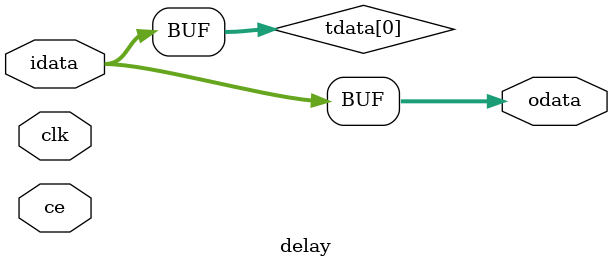
<source format=v>
`timescale 1ns / 1ps


module delay #(
    parameter N=9,
    parameter DELAY=0
)(
    input [N-1:0]idata,
    input clk,
    input ce,
    output [N-1:0]odata
);
 
wire [N-1:0] tdata [DELAY:0];
 
genvar i;
assign tdata [0] = idata;
generate
    if(DELAY==0)
    begin
    assign odata = idata;
    end if(DELAY>0)
    begin
    for(i=0; i<DELAY; i=i+1)
    begin
    reg_delay #(
        .N(N)
    )only_delay
    (
        .clk(clk),
        .ce(ce),
        .d(tdata[i]),
        .q(tdata[i+1])
    );
    end
    assign odata = tdata[DELAY];
    end
endgenerate
endmodule



</source>
